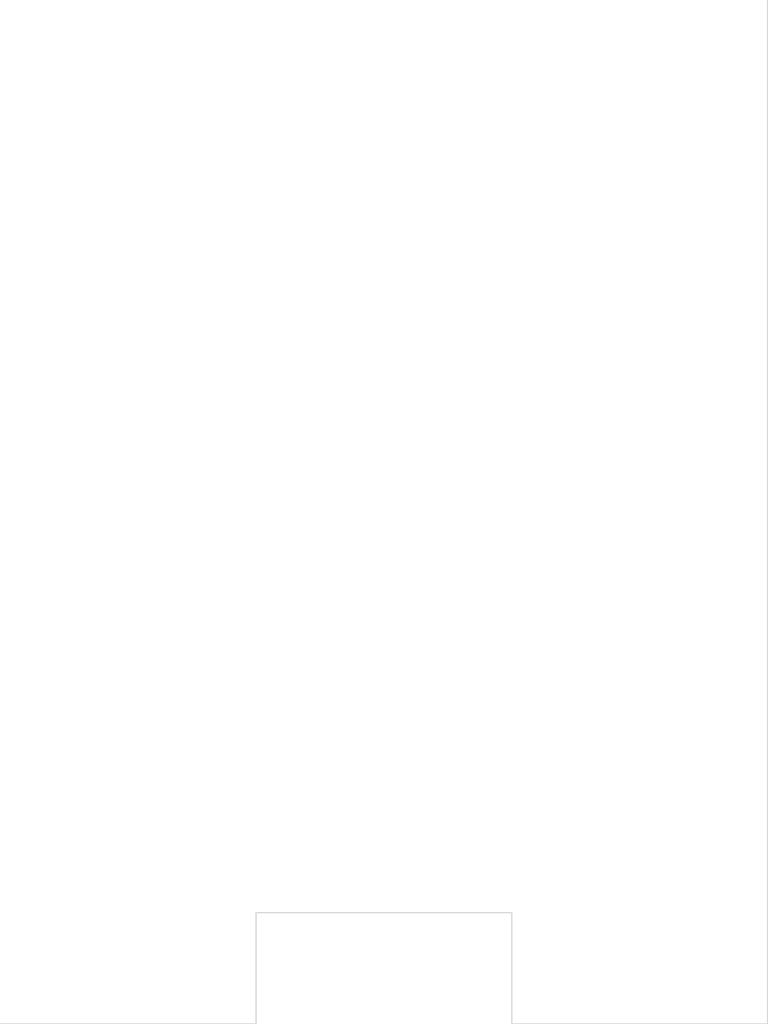
<source format=kicad_pcb>
(kicad_pcb (version 3) (host pcbnew "(2013-08-24 BZR 4298)-stable")

  (general
    (links 0)
    (no_connects 0)
    (area 74.253739 74.253739 125.746261 125.746261)
    (thickness 1.6)
    (drawings 6)
    (tracks 0)
    (zones 0)
    (modules 0)
    (nets 1)
  )

  (page USLetter)
  (layers
    (15 F.Cu signal)
    (0 B.Cu signal)
    (16 B.Adhes user)
    (17 F.Adhes user)
    (18 B.Paste user)
    (19 F.Paste user)
    (20 B.SilkS user)
    (21 F.SilkS user)
    (22 B.Mask user)
    (23 F.Mask user)
    (24 Dwgs.User user)
    (25 Cmts.User user)
    (26 Eco1.User user)
    (27 Eco2.User user)
    (28 Edge.Cuts user)
  )

  (setup
    (last_trace_width 0.001)
    (user_trace_width 0.001)
    (trace_clearance 0.254)
    (zone_clearance 0.508)
    (zone_45_only no)
    (trace_min 0.001)
    (segment_width 0.2)
    (edge_width 0.1)
    (via_size 0.889)
    (via_drill 0.635)
    (via_min_size 0.889)
    (via_min_drill 0.508)
    (uvia_size 0.508)
    (uvia_drill 0.127)
    (uvias_allowed no)
    (uvia_min_size 0.508)
    (uvia_min_drill 0.127)
    (pcb_text_width 0.3)
    (pcb_text_size 1.5 1.5)
    (mod_edge_width 0.15)
    (mod_text_size 1 1)
    (mod_text_width 0.15)
    (pad_size 1.5 1.5)
    (pad_drill 0.6)
    (pad_to_mask_clearance 0)
    (aux_axis_origin 0 0)
    (visible_elements 7FFFFFFF)
    (pcbplotparams
      (layerselection 268435456)
      (usegerberextensions true)
      (excludeedgelayer true)
      (linewidth 0.150000)
      (plotframeref false)
      (viasonmask false)
      (mode 1)
      (useauxorigin false)
      (hpglpennumber 1)
      (hpglpenspeed 20)
      (hpglpendiameter 15)
      (hpglpenoverlay 2)
      (psnegative false)
      (psa4output false)
      (plotreference true)
      (plotvalue true)
      (plotothertext true)
      (plotinvisibletext false)
      (padsonsilk false)
      (subtractmaskfromsilk false)
      (outputformat 1)
      (mirror false)
      (drillshape 0)
      (scaleselection 1)
      (outputdirectory ""))
  )

  (net 0 "")

  (net_class Default "This is the default net class."
    (clearance 0.254)
    (trace_width 0.254)
    (via_dia 0.889)
    (via_drill 0.635)
    (uvia_dia 0.508)
    (uvia_drill 0.127)
    (add_net "")
  )

  (gr_line (start 69 100) (end 69 8) (angle 90) (layer Edge.Cuts) (width 0.1))
  (gr_line (start 46 100) (end 69 100) (angle 90) (layer Edge.Cuts) (width 0.1))
  (gr_line (start 46 90) (end 46 100) (angle 90) (layer Edge.Cuts) (width 0.1))
  (gr_line (start 23 90) (end 46 90) (angle 90) (layer Edge.Cuts) (width 0.1))
  (gr_line (start 23 100) (end 23 90) (angle 90) (layer Edge.Cuts) (width 0.1))
  (gr_line (start 0.025 100) (end 23 100) (angle 90) (layer Edge.Cuts) (width 0.1))

)

</source>
